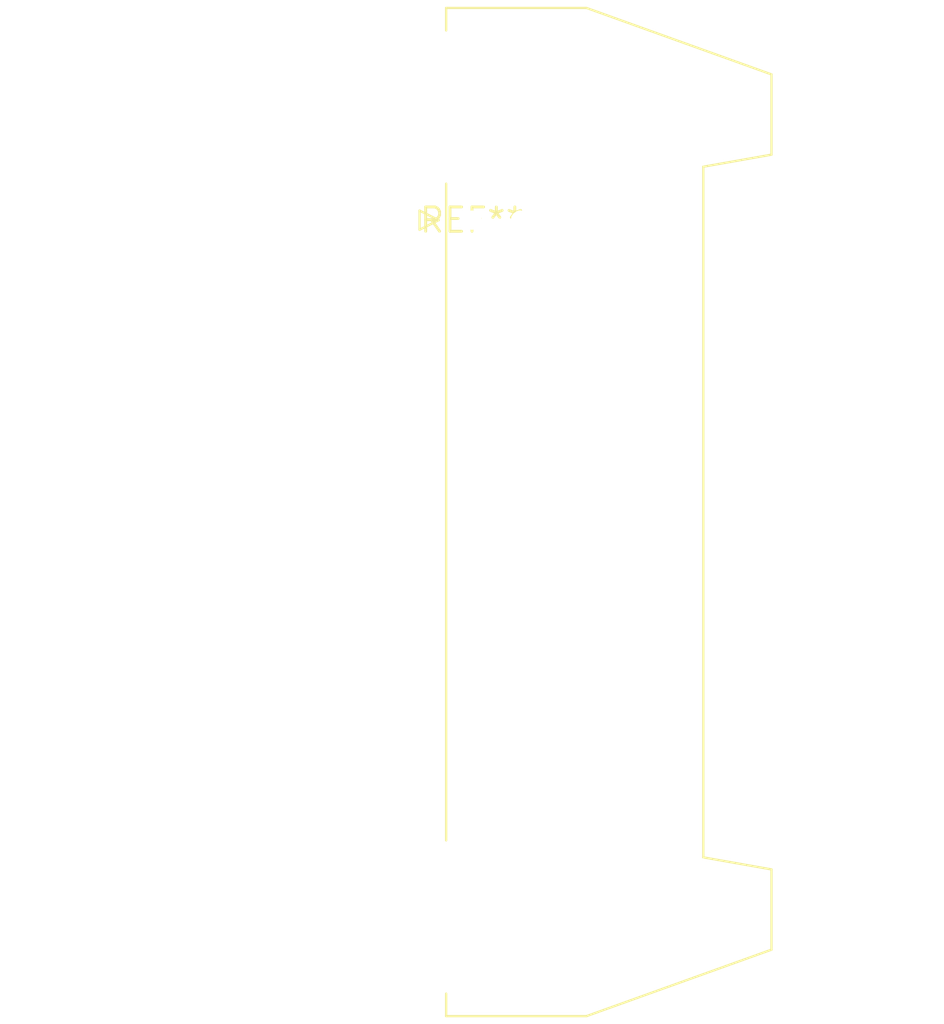
<source format=kicad_pcb>
(kicad_pcb (version 20240108) (generator pcbnew)
  (layers (0 "F.Cu" signal) (31 "B.Cu" signal) (34 "B.Paste" user) (35 "F.Paste" user) (36 "B.SilkS" user "B.Silkscreen") (37 "F.SilkS" user "F.Silkscreen") (38 "B.Mask" user) (39 "F.Mask" user) (44 "Edge.Cuts" user))
  (net 0 "")
  (footprint "IDC-Header_2x13-1MP_P2.54mm_Latch_Horizontal" (layer "F.Cu") (at 0 0)
    (property "Reference" "REF**")
    (property "Value" "IDC-Header_2x13-1MP_P2.54mm_Latch_Horizontal")
    (fp_line (start -2.74 -0.5) (end -2.74 0.5) (layer "F.SilkS") (stroke (width 0.12)))
    (fp_line (start -2.74 0.5) (end -1.74 0) (layer "F.SilkS") (stroke (width 0.12)))
    (fp_line (start -1.74 0) (end -2.74 -0.5) (layer "F.SilkS") (stroke (width 0.12)))
    (fp_line (start -1.35 -11.08) (end -1.35 -9.905) (layer "F.SilkS") (stroke (width 0.12)))
    (fp_line (start -1.35 -11.08) (end 5.98 -11.08) (layer "F.SilkS") (stroke (width 0.12)))
    (fp_line (start -1.35 -1.905) (end -1.35 32.385) (layer "F.SilkS") (stroke (width 0.12)))
    (fp_line (start -1.35 40.385) (end -1.35 41.56) (layer "F.SilkS") (stroke (width 0.12)))
    (fp_line (start 5.98 -11.08) (end 15.64 -7.61) (layer "F.SilkS") (stroke (width 0.12)))
    (fp_line (start 5.98 41.56) (end -1.35 41.56) (layer "F.SilkS") (stroke (width 0.12)))
    (fp_line (start 12.08 -2.79) (end 12.08 33.27) (layer "F.SilkS") (stroke (width 0.12)))
    (fp_line (start 12.08 33.27) (end 15.64 33.9) (layer "F.SilkS") (stroke (width 0.12)))
    (fp_line (start 15.64 -7.61) (end 15.64 -3.42) (layer "F.SilkS") (stroke (width 0.12)))
    (fp_line (start 15.64 -3.42) (end 12.08 -2.79) (layer "F.SilkS") (stroke (width 0.12)))
    (fp_line (start 15.64 33.9) (end 15.64 38.09) (layer "F.SilkS") (stroke (width 0.12)))
    (fp_line (start 15.64 38.09) (end 5.98 41.56) (layer "F.SilkS") (stroke (width 0.12)))
    (pad "1" thru_hole roundrect (at 0 0) (size 1.7 1.7) (drill 1) (layers *.Cu *.Mask) (remove_unused_layers) (roundrect_rratio 0.147059))
    (pad "2" thru_hole circle (at 2.54 0) (size 1.7 1.7) (drill 1) (layers *.Cu *.Mask) (remove_unused_layers))
    (pad "3" thru_hole circle (at 0 2.54) (size 1.7 1.7) (drill 1) (layers *.Cu *.Mask) (remove_unused_layers))
    (pad "4" thru_hole circle (at 2.54 2.54) (size 1.7 1.7) (drill 1) (layers *.Cu *.Mask) (remove_unused_layers))
    (pad "5" thru_hole circle (at 0 5.08) (size 1.7 1.7) (drill 1) (layers *.Cu *.Mask) (remove_unused_layers))
    (pad "6" thru_hole circle (at 2.54 5.08) (size 1.7 1.7) (drill 1) (layers *.Cu *.Mask) (remove_unused_layers))
    (pad "7" thru_hole circle (at 0 7.62) (size 1.7 1.7) (drill 1) (layers *.Cu *.Mask) (remove_unused_layers))
    (pad "8" thru_hole circle (at 2.54 7.62) (size 1.7 1.7) (drill 1) (layers *.Cu *.Mask) (remove_unused_layers))
    (pad "9" thru_hole circle (at 0 10.16) (size 1.7 1.7) (drill 1) (layers *.Cu *.Mask) (remove_unused_layers))
    (pad "10" thru_hole circle (at 2.54 10.16) (size 1.7 1.7) (drill 1) (layers *.Cu *.Mask) (remove_unused_layers))
    (pad "11" thru_hole circle (at 0 12.7) (size 1.7 1.7) (drill 1) (layers *.Cu *.Mask) (remove_unused_layers))
    (pad "12" thru_hole circle (at 2.54 12.7) (size 1.7 1.7) (drill 1) (layers *.Cu *.Mask) (remove_unused_layers))
    (pad "13" thru_hole circle (at 0 15.24) (size 1.7 1.7) (drill 1) (layers *.Cu *.Mask) (remove_unused_layers))
    (pad "14" thru_hole circle (at 2.54 15.24) (size 1.7 1.7) (drill 1) (layers *.Cu *.Mask) (remove_unused_layers))
    (pad "15" thru_hole circle (at 0 17.78) (size 1.7 1.7) (drill 1) (layers *.Cu *.Mask) (remove_unused_layers))
    (pad "16" thru_hole circle (at 2.54 17.78) (size 1.7 1.7) (drill 1) (layers *.Cu *.Mask) (remove_unused_layers))
    (pad "17" thru_hole circle (at 0 20.32) (size 1.7 1.7) (drill 1) (layers *.Cu *.Mask) (remove_unused_layers))
    (pad "18" thru_hole circle (at 2.54 20.32) (size 1.7 1.7) (drill 1) (layers *.Cu *.Mask) (remove_unused_layers))
    (pad "19" thru_hole circle (at 0 22.86) (size 1.7 1.7) (drill 1) (layers *.Cu *.Mask) (remove_unused_layers))
    (pad "20" thru_hole circle (at 2.54 22.86) (size 1.7 1.7) (drill 1) (layers *.Cu *.Mask) (remove_unused_layers))
    (pad "21" thru_hole circle (at 0 25.4) (size 1.7 1.7) (drill 1) (layers *.Cu *.Mask) (remove_unused_layers))
    (pad "22" thru_hole circle (at 2.54 25.4) (size 1.7 1.7) (drill 1) (layers *.Cu *.Mask) (remove_unused_layers))
    (pad "23" thru_hole circle (at 0 27.94) (size 1.7 1.7) (drill 1) (layers *.Cu *.Mask) (remove_unused_layers))
    (pad "24" thru_hole circle (at 2.54 27.94) (size 1.7 1.7) (drill 1) (layers *.Cu *.Mask) (remove_unused_layers))
    (pad "25" thru_hole circle (at 0 30.48) (size 1.7 1.7) (drill 1) (layers *.Cu *.Mask) (remove_unused_layers))
    (pad "26" thru_hole circle (at 2.54 30.48) (size 1.7 1.7) (drill 1) (layers *.Cu *.Mask) (remove_unused_layers))
    (pad "MP" thru_hole circle (at 1.8 -5.905) (size 8 8) (drill 2.69) (layers *.Cu *.Mask) (remove_unused_layers))
    (pad "MP" thru_hole circle (at 1.8 36.385) (size 8 8) (drill 2.69) (layers *.Cu *.Mask) (remove_unused_layers))
  )
)
</source>
